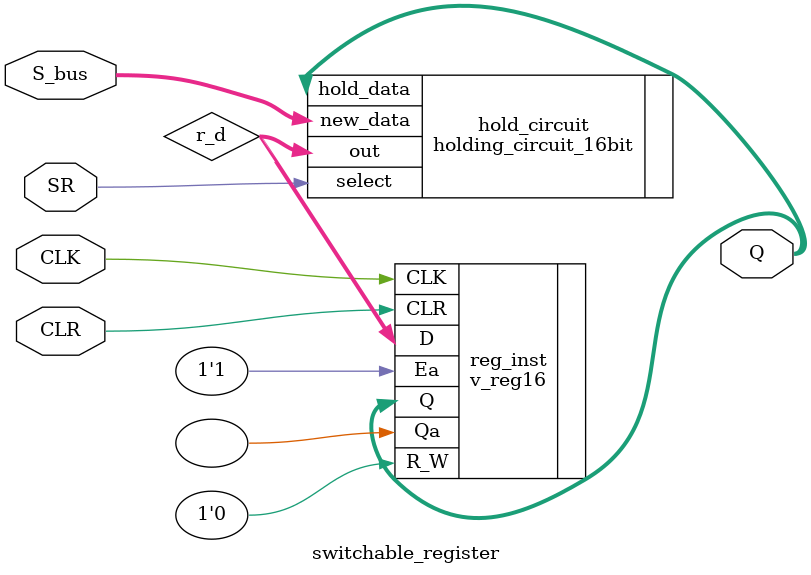
<source format=v>
module switchable_register(
    input  wire        CLK,        // クロック
    input  wire        CLR,        // クリア（active low）
    input  wire        SR,         // ストア制御信号 (例: SR0, SR1, ...)
    input  wire [15:0] S_bus,      // Sバス入力
    output wire [15:0] Q           // レジスタ出力
);

    wire [15:0] r_d;  // ホールド回路の出力 → レジスタ入力

    // SRx部分: holding_circuit_16bit を使用
    // (SR & S_bus) | (~SR & Q) を実現
    holding_circuit_16bit hold_circuit(
        .select(SR),
        .new_data(S_bus),
        .hold_data(Q),
        .out(r_d)
    );

    // Rx部分: v_reg16 を使用
    // R_W=0 (常に書き込み可能), Ea=1 (常に出力有効), Qa未使用
    v_reg16 reg_inst(
        .CLK(CLK),
        .CLR(CLR),
        .R_W(1'b0),      // 固定値: 常に書き込み可能
        .Ea(1'b1),       // 固定値: 常に出力有効
        .D(r_d),
        .Q(Q),
        .Qa()            // 未使用
    );

endmodule

</source>
